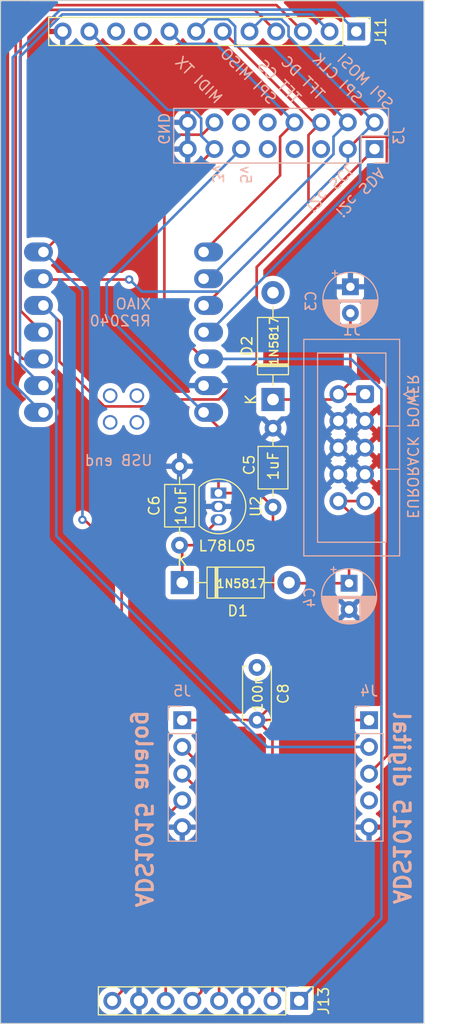
<source format=kicad_pcb>
(kicad_pcb (version 20221018) (generator pcbnew)
  (layers (0 "F.Cu" signal) (31 "B.Cu" signal) (34 "B.Paste" user) (35 "F.Paste" user) (36 "B.SilkS" user "B.Silkscreen") (37 "F.SilkS" user "F.Silkscreen") (38 "B.Mask" user) (39 "F.Mask" user) (44 "Edge.Cuts" user))
  (net 0 "")
  (net 1 "i2c SDA")
  (net 2 "i2c SCL")
  (net 3 "ADS Interrupt")
  (net 4 "Net-(D2-K)")
  (net 5 "Net-(D1-A)")
  (net 6 "+12V")
  (net 7 "-12V")
  (net 8 "Back button Backboard")
  (net 9 "Encoder button Backboard")
  (net 10 "Encoder left Backboard")
  (net 11 "Encoder right Backboard")
  (net 12 "TFT CS Backboard")
  (net 13 "SPI CLK Backboard")
  (net 14 "TFT DC Backboard")
  (net 15 "MOSI Backboard")
  (net 16 "TFT reset Backboard")
  (net 17 "SD CS Backboard")
  (net 18 "A0 input Backboard")
  (net 19 "A1 input Backboard")
  (net 20 "A2 input Backboard")
  (net 21 "MIDI TX Backboard")
  (net 29 "MISO Backboard")
  (net 31 "GND")
  (net 32 "Backboard GND")
  (net 33 "Backboard +5V")
  (net 34 "Backboard +3.3V")
  (footprint "Package_TO_SOT_THT:TO-92_Inline" (layer "F.Cu") (at 58.9744 93.0402 -90)
    (fp_text reference "U2" (at 1.27 -3.56 90) (layer "F.SilkS"))
    (fp_text value "L78L05" (at 5.0292 -0.8172 180) (layer "F.SilkS"))
    (pad "1" thru_hole rect (at 0 0 270) (size 1.05 1.5) (drill 0.75) (layers "*.Cu" "*.Mask") (net 33 "Backboard +5V"))
    (pad "2" thru_hole oval (at 1.27 0 270) (size 1.05 1.5) (drill 0.75) (layers "*.Cu" "*.Mask") (net 32 "Backboard GND"))
    (pad "3" thru_hole oval (at 2.54 0 270) (size 1.05 1.5) (drill 0.75) (layers "*.Cu" "*.Mask") (net 6 "+12V"))
  )
  (footprint "Connector_PinHeader_2.54mm:PinHeader_1x08_P2.54mm_Vertical" (layer "F.Cu") (at 66.6498 141.2996 -90)
    (fp_text reference "J13" (at 0 -2.33 90) (layer "F.SilkS"))
    (fp_text value "Backboard Conn 2")
    (pad "1" thru_hole rect (at 0 0 270) (size 1.7 1.7) (drill 1) (layers "*.Cu" "*.Mask") (net 34 "Backboard +3.3V"))
    (pad "2" thru_hole oval (at 0 2.54 270) (size 1.7 1.7) (drill 1) (layers "*.Cu" "*.Mask") (net 33 "Backboard +5V"))
    (pad "3" thru_hole oval (at 0 5.08 270) (size 1.7 1.7) (drill 1) (layers "*.Cu" "*.Mask") (net 32 "Backboard GND"))
    (pad "4" thru_hole oval (at 0 7.62 270) (size 1.7 1.7) (drill 1) (layers "*.Cu" "*.Mask") (net 18 "A0 input Backboard"))
    (pad "5" thru_hole oval (at 0 10.16 270) (size 1.7 1.7) (drill 1) (layers "*.Cu" "*.Mask") (net 19 "A1 input Backboard"))
    (pad "6" thru_hole oval (at 0 12.7 270) (size 1.7 1.7) (drill 1) (layers "*.Cu" "*.Mask") (net 20 "A2 input Backboard"))
    (pad "7" thru_hole oval (at 0 15.24 270) (size 1.7 1.7) (drill 1) (layers "*.Cu" "*.Mask") (net 32 "Backboard GND"))
    (pad "8" thru_hole oval (at 0 17.78 270) (size 1.7 1.7) (drill 1) (layers "*.Cu" "*.Mask") (net 21 "MIDI TX Backboard"))
  )
  (footprint "Diode_THT:D_DO-41_SOD81_P10.16mm_Horizontal" (layer "F.Cu") (at 55.5244 101.5492)
    (fp_text reference "D1" (at 5.2832 2.6924) (layer "F.SilkS"))
    (fp_text value "1N5817" (at 5.588 0.1016) (layer "F.SilkS") (effects (font (size 0.8 0.8))))
    (fp_text user "K" (at 0 -2.1) (layer "F.SilkS"))
    (pad "1" thru_hole rect (at 0 0) (size 2.2 2.2) (drill 1.1) (layers "*.Cu" "*.Mask") (net 6 "+12V"))
    (pad "2" thru_hole oval (at 10.16 0) (size 2.2 2.2) (drill 1.1) (layers "*.Cu" "*.Mask") (net 5 "Net-(D1-A)"))
  )
  (footprint "Capacitor_THT:C_Axial_L3.8mm_D2.6mm_P7.50mm_Horizontal" (layer "F.Cu") (at 64.1604 86.8772 -90)
    (fp_text reference "C5" (at 3.496 2.2606 90) (layer "F.SilkS"))
    (fp_text value "1uF" (at 3.5722 -0.0254 90) (layer "F.SilkS"))
    (pad "1" thru_hole circle (at 0 0 270) (size 1.6 1.6) (drill 0.8) (layers "*.Cu" "*.Mask") (net 32 "Backboard GND"))
    (pad "2" thru_hole oval (at 7.5 0 270) (size 1.6 1.6) (drill 0.8) (layers "*.Cu" "*.Mask") (net 33 "Backboard +5V"))
  )
  (footprint "Capacitor_THT:C_Disc_D5.0mm_W2.5mm_P5.00mm" (layer "F.Cu") (at 62.635126 109.6138 -90)
    (fp_text reference "C8" (at 2.5 -2.5 90) (layer "F.SilkS"))
    (fp_text value "100n" (at 2.5272 -0.077474 90) (layer "F.SilkS") (effects (font (size 0.9 0.9))))
    (pad "1" thru_hole circle (at 0 0 270) (size 1.6 1.6) (drill 0.8) (layers "*.Cu" "*.Mask") (net 31 "GND"))
    (pad "2" thru_hole circle (at 5 0 270) (size 1.6 1.6) (drill 0.8) (layers "*.Cu" "*.Mask") (net 33 "Backboard +5V"))
  )
  (footprint "Connector_PinHeader_2.54mm:PinHeader_1x12_P2.54mm_Vertical" (layer "F.Cu") (at 72.0852 49.1744 -90)
    (fp_text reference "J11" (at 0 -2.33 90) (layer "F.SilkS"))
    (fp_text value "Backboard Conn 1")
    (pad "1" thru_hole rect (at 0 0 270) (size 1.7 1.7) (drill 1) (layers "*.Cu" "*.Mask") (net 8 "Back button Backboard"))
    (pad "2" thru_hole oval (at 0 2.54 270) (size 1.7 1.7) (drill 1) (layers "*.Cu" "*.Mask") (net 9 "Encoder button Backboard"))
    (pad "3" thru_hole oval (at 0 5.08 270) (size 1.7 1.7) (drill 1) (layers "*.Cu" "*.Mask") (net 10 "Encoder left Backboard"))
    (pad "4" thru_hole oval (at 0 7.62 270) (size 1.7 1.7) (drill 1) (layers "*.Cu" "*.Mask") (net 11 "Encoder right Backboard"))
    (pad "5" thru_hole oval (at 0 10.16 270) (size 1.7 1.7) (drill 1) (layers "*.Cu" "*.Mask") (net 15 "MOSI Backboard"))
    (pad "6" thru_hole oval (at 0 12.7 270) (size 1.7 1.7) (drill 1) (layers "*.Cu" "*.Mask") (net 14 "TFT DC Backboard"))
    (pad "7" thru_hole oval (at 0 15.24 270) (size 1.7 1.7) (drill 1) (layers "*.Cu" "*.Mask") (net 13 "SPI CLK Backboard"))
    (pad "8" thru_hole oval (at 0 17.78 270) (size 1.7 1.7) (drill 1) (layers "*.Cu" "*.Mask") (net 12 "TFT CS Backboard"))
    (pad "9" thru_hole oval (at 0 20.32 270) (size 1.7 1.7) (drill 1) (layers "*.Cu" "*.Mask") (net 16 "TFT reset Backboard"))
    (pad "10" thru_hole oval (at 0 22.86 270) (size 1.7 1.7) (drill 1) (layers "*.Cu" "*.Mask") (net 17 "SD CS Backboard"))
    (pad "11" thru_hole oval (at 0 25.4 270) (size 1.7 1.7) (drill 1) (layers "*.Cu" "*.Mask") (net 34 "Backboard +3.3V"))
    (pad "12" thru_hole oval (at 0 27.94 270) (size 1.7 1.7) (drill 1) (layers "*.Cu" "*.Mask") (net 32 "Backboard GND"))
  )
  (footprint "Capacitor_THT:C_Axial_L3.8mm_D2.6mm_P7.50mm_Horizontal" (layer "F.Cu") (at 55.2704 97.9932 90)
    (fp_text reference "C6" (at 3.75 -2.42 90) (layer "F.SilkS"))
    (fp_text value "10uF" (at 3.7338 0.127 90) (layer "F.SilkS"))
    (pad "1" thru_hole circle (at 0 0 90) (size 1.6 1.6) (drill 0.8) (layers "*.Cu" "*.Mask") (net 6 "+12V"))
    (pad "2" thru_hole oval (at 7.5 0 90) (size 1.6 1.6) (drill 0.8) (layers "*.Cu" "*.Mask") (net 32 "Backboard GND"))
  )
  (footprint "Diode_THT:D_DO-41_SOD81_P10.16mm_Horizontal" (layer "F.Cu") (at 64.1604 84.1502 90)
    (fp_text reference "D2" (at 5.08 -2.47 90) (layer "F.SilkS"))
    (fp_text value "1N5817" (at 5.5626 0.1016 90) (layer "F.SilkS") (effects (font (size 0.8 0.8))))
    (fp_text user "K" (at 0 -2.1 90) (layer "F.SilkS"))
    (pad "1" thru_hole rect (at 0 0 90) (size 2.2 2.2) (drill 1.1) (layers "*.Cu" "*.Mask") (net 4 "Net-(D2-K)"))
    (pad "2" thru_hole oval (at 10.16 0 90) (size 2.2 2.2) (drill 1.1) (layers "*.Cu" "*.Mask") (net 7 "-12V"))
  )
  (footprint "Connector_PinSocket_2.54mm:PinSocket_1x05_P2.54mm_Vertical" (layer "B.Cu") (at 73.304 114.6302 180)
    (fp_text reference "J4" (at 0 2.77) (layer "B.SilkS") (effects (justify mirror)))
    (fp_text value "ADS1015 digital side")
    (pad "1" thru_hole rect (at 0 0 180) (size 1.7 1.7) (drill 1) (layers "*.Cu" "*.Mask") (net 33 "Backboard +5V"))
    (pad "2" thru_hole oval (at 0 -2.54 180) (size 1.7 1.7) (drill 1) (layers "*.Cu" "*.Mask") (net 1 "i2c SDA"))
    (pad "3" thru_hole oval (at 0 -5.08 180) (size 1.7 1.7) (drill 1) (layers "*.Cu" "*.Mask") (net 2 "i2c SCL"))
    (pad "4" thru_hole oval (at 0 -7.62 180) (size 1.7 1.7) (drill 1) (layers "*.Cu" "*.Mask") (net 3 "ADS Interrupt"))
    (pad "5" thru_hole oval (at 0 -10.16 180) (size 1.7 1.7) (drill 1) (layers "*.Cu" "*.Mask") (net 32 "Backboard GND"))
  )
  (footprint "Capacitor_THT:CP_Radial_D5.0mm_P2.50mm" (layer "B.Cu") (at 71.3994 101.6092 -90)
    (fp_text reference "C4" (at 1.357 3.75 90) (layer "B.SilkS") (effects (justify mirror)))
    (fp_text value "C_Polarized_Small")
    (pad "1" thru_hole rect (at 0 0 270) (size 1.6 1.6) (drill 0.8) (layers "*.Cu" "*.Mask") (net 5 "Net-(D1-A)"))
    (pad "2" thru_hole circle (at 2.5 0 270) (size 1.6 1.6) (drill 0.8) (layers "*.Cu" "*.Mask") (net 32 "Backboard GND"))
  )
  (footprint "Connector_PinSocket_2.54mm:PinSocket_1x05_P2.54mm_Vertical" (layer "B.Cu") (at 55.524 114.6302 180)
    (fp_text reference "J5" (at 0 2.77) (layer "B.SilkS") (effects (justify mirror)))
    (fp_text value "ADS1015 analog side")
    (pad "1" thru_hole rect (at 0 0 180) (size 1.7 1.7) (drill 1) (layers "*.Cu" "*.Mask") (net 33 "Backboard +5V"))
    (pad "2" thru_hole oval (at 0 -2.54 180) (size 1.7 1.7) (drill 1) (layers "*.Cu" "*.Mask") (net 18 "A0 input Backboard"))
    (pad "3" thru_hole oval (at 0 -5.08 180) (size 1.7 1.7) (drill 1) (layers "*.Cu" "*.Mask") (net 19 "A1 input Backboard"))
    (pad "4" thru_hole oval (at 0 -7.62 180) (size 1.7 1.7) (drill 1) (layers "*.Cu" "*.Mask") (net 20 "A2 input Backboard"))
    (pad "5" thru_hole oval (at 0 -10.16 180) (size 1.7 1.7) (drill 1) (layers "*.Cu" "*.Mask") (net 32 "Backboard GND"))
  )
  (footprint "Seeeduino XIAO KICAD:xiao-tht" (layer "B.Cu") (at 49.9364 77.7494)
    (fp_text reference "U1" hide)
    (fp_text value "SeeeduinoXIAO" hide)
    (pad "1" thru_hole oval (at -7.62 7.62) (size 2.75 1.8) (drill 1 (offset -0.475 0)) (layers "*.Cu" "*.Mask") (net 8 "Back button Backboard"))
    (pad "2" thru_hole oval (at -7.62 5.08) (size 2.75 1.8) (drill 1 (offset -0.475 0)) (layers "*.Cu" "*.Mask") (net 9 "Encoder button Backboard"))
    (pad "3" thru_hole oval (at -7.62 2.54) (size 2.75 1.8) (drill 1 (offset -0.475 0)) (layers "*.Cu" "*.Mask") (net 10 "Encoder left Backboard"))
    (pad "4" thru_hole oval (at -7.62 0) (size 2.75 1.8) (drill 1 (offset -0.475 0)) (layers "*.Cu" "*.Mask") (net 11 "Encoder right Backboard"))
    (pad "5" thru_hole oval (at -7.62 -2.54) (size 2.75 1.8) (drill 1 (offset -0.475 0)) (layers "*.Cu" "*.Mask") (net 1 "i2c SDA"))
    (pad "6" thru_hole oval (at -7.62 -5.08) (size 2.75 1.8) (drill 1 (offset -0.475 0)) (layers "*.Cu" "*.Mask") (net 2 "i2c SCL"))
    (pad "7" thru_hole oval (at -7.62 -7.62) (size 2.75 1.8) (drill 1 (offset -0.475 0)) (layers "*.Cu" "*.Mask") (net 21 "MIDI TX Backboard"))
    (pad "8" thru_hole oval (at 7.62 -7.62 180) (size 2.75 1.8) (drill 1 (offset -0.475 0)) (layers "*.Cu" "*.Mask") (net 12 "TFT CS Backboard"))
    (pad "9" thru_hole oval (at 7.62 -5.08 180) (size 2.75 1.8) (drill 1 (offset -0.475 0)) (layers "*.Cu" "*.Mask") (net 13 "SPI CLK Backboard"))
    (pad "10" thru_hole oval (at 7.62 -2.54 180) (size 2.75 1.8) (drill 1 (offset -0.475 0)) (layers "*.Cu" "*.Mask") (net 14 "TFT DC Backboard"))
    (pad "11" thru_hole oval (at 7.62 0 180) (size 2.75 1.8) (drill 1 (offset -0.475 0)) (layers "*.Cu" "*.Mask") (net 15 "MOSI Backboard"))
    (pad "12" thru_hole oval (at 7.62 2.54 180) (size 2.75 1.8) (drill 1 (offset -0.475 0)) (layers "*.Cu" "*.Mask") (net 34 "Backboard +3.3V"))
    (pad "13" thru_hole oval (at 7.62 5.08 180) (size 2.75 1.8) (drill 1 (offset -0.475 0)) (layers "*.Cu" "*.Mask") (net 32 "Backboard GND"))
    (pad "14" thru_hole oval (at 7.62 7.62 180) (size 2.75 1.8) (drill 1 (offset -0.475 0)) (layers "*.Cu" "*.Mask") (net 33 "Backboard +5V"))
    (pad "15" thru_hole circle (at -1.27 8.572 270) (size 1.397 1.397) (drill 1.016) (layers "*.Cu" "*.Mask"))
    (pad "16" thru_hole circle (at 1.27 8.572 270) (size 1.397 1.397) (drill 1.016) (layers "*.Cu" "*.Mask"))
    (pad "17" thru_hole circle (at -1.27 6.032 270) (size 1.397 1.397) (drill 1.016) (layers "*.Cu" "*.Mask"))
    (pad "18" thru_hole circle (at 1.27 6.032 270) (size 1.397 1.397) (drill 1.016) (layers "*.Cu" "*.Mask"))
  )
  (footprint "Connector_PinHeader_2.54mm:PinHeader_2x08_P2.54mm_Vertical" (layer "B.Cu") (at 73.822 60.347 90)
    (fp_text reference "J3" (at 1.27 2.33 90) (layer "B.SilkS") (effects (justify mirror)))
    (fp_text value "Expansion header")
    (pad "1" thru_hole rect (at 0 0 90) (size 1.7 1.7) (drill 1) (layers "*.Cu" "*.Mask") (net 1 "i2c SDA"))
    (pad "2" thru_hole oval (at 2.54 0 90) (size 1.7 1.7) (drill 1) (layers "*.Cu" "*.Mask") (net 15 "MOSI Backboard"))
    (pad "3" thru_hole oval (at 0 -2.54 90) (size 1.7 1.7) (drill 1) (layers "*.Cu" "*.Mask") (net 2 "i2c SCL"))
    (pad "4" thru_hole oval (at 2.54 -2.54 90) (size 1.7 1.7) (drill 1) (layers "*.Cu" "*.Mask") (net 13 "SPI CLK Backboard"))
    (pad "5" thru_hole oval (at 0 -5.08 90) (size 1.7 1.7) (drill 1) (layers "*.Cu" "*.Mask"))
    (pad "6" thru_hole oval (at 2.54 -5.08 90) (size 1.7 1.7) (drill 1) (layers "*.Cu" "*.Mask") (net 14 "TFT DC Backboard"))
    (pad "7" thru_hole oval (at 0 -7.62 90) (size 1.7 1.7) (drill 1) (layers "*.Cu" "*.Mask"))
    (pad "8" thru_hole oval (at 2.54 -7.62 90) (size 1.7 1.7) (drill 1) (layers "*.Cu" "*.Mask") (net 12 "TFT CS Backboard"))
    (pad "9" thru_hole oval (at 0 -10.16 90) (size 1.7 1.7) (drill 1) (layers "*.Cu" "*.Mask"))
    (pad "10" thru_hole oval (at 2.54 -10.16 90) (size 1.7 1.7) (drill 1) (layers "*.Cu" "*.Mask") (net 29 "MISO Backboard"))
    (pad "11" thru_hole oval (at 0 -12.7 90) (size 1.7 1.7) (drill 1) (layers "*.Cu" "*.Mask") (net 33 "Backboard +5V"))
    (pad "12" thru_hole oval (at 2.54 -12.7 90) (size 1.7 1.7) (drill 1) (layers "*.Cu" "*.Mask"))
    (pad "13" thru_hole oval (at 0 -15.24 90) (size 1.7 1.7) (drill 1) (layers "*.Cu" "*.Mask") (net 34 "Backboard +3.3V"))
    (pad "14" thru_hole oval (at 2.54 -15.24 90) (size 1.7 1.7) (drill 1) (layers "*.Cu" "*.Mask") (net 21 "MIDI TX Backboard"))
    (pad "15" thru_hole oval (at 0 -17.78 90) (size 1.7 1.7) (drill 1) (layers "*.Cu" "*.Mask") (net 32 "Backboard GND"))
    (pad "16" thru_hole oval (at 2.54 -17.78 90) (size 1.7 1.7) (drill 1) (layers "*.Cu" "*.Mask") (net 32 "Backboard GND"))
  )
  (footprint "Connector_IDC:IDC-Header_2x05_P2.54mm_Vertical" (layer "B.Cu") (at 72.9234 83.6422 180)
    (fp_text reference "J1" (at 1.27 6.1) (layer "B.SilkS") (effects (justify mirror)))
    (fp_text value "Eurorack power")
    (pad "1" thru_hole roundrect (at 0 0 180) (size 1.7 1.7) (drill 1) (layers "*.Cu" "*.Mask") (roundrect_rratio 0.1470588235) (net 4 "Net-(D2-K)"))
    (pad "2" thru_hole circle (at 2.54 0 180) (size 1.7 1.7) (drill 1) (layers "*.Cu" "*.Mask") (net 4 "Net-(D2-K)"))
    (pad "3" thru_hole circle (at 0 -2.54 180) (size 1.7 1.7) (drill 1) (layers "*.Cu" "*.Mask") (net 32 "Backboard GND"))
    (pad "4" thru_hole circle (at 2.54 -2.54 180) (size 1.7 1.7) (drill 1) (layers "*.Cu" "*.Mask") (net 32 "Backboard GND"))
    (pad "5" thru_hole circle (at 0 -5.08 180) (size 1.7 1.7) (drill 1) (layers "*.Cu" "*.Mask") (net 32 "Backboard GND"))
    (pad "6" thru_hole circle (at 2.54 -5.08 180) (size 1.7 1.7) (drill 1) (layers "*.Cu" "*.Mask") (net 32 "Backboard GND"))
    (pad "7" thru_hole circle (at 0 -7.62 180) (size 1.7 1.7) (drill 1) (layers "*.Cu" "*.Mask") (net 32 "Backboard GND"))
    (pad "8" thru_hole circle (at 2.54 -7.62 180) (size 1.7 1.7) (drill 1) (layers "*.Cu" "*.Mask") (net 32 "Backboard GND"))
    (pad "9" thru_hole circle (at 0 -10.16 180) (size 1.7 1.7) (drill 1) (layers "*.Cu" "*.Mask") (net 5 "Net-(D1-A)"))
    (pad "10" thru_hole circle (at 2.54 -10.16 180) (size 1.7 1.7) (drill 1) (layers "*.Cu" "*.Mask") (net 5 "Net-(D1-A)"))
  )
  (footprint "Capacitor_THT:CP_Radial_D5.0mm_P2.50mm" (layer "B.Cu") (at 71.5264 73.440088 -90)
    (fp_text reference "C3" (at 1.357 3.75 90) (layer "B.SilkS") (effects (justify mirror)))
    (fp_text value "C_Polarized_Small")
    (pad "1" thru_hole rect (at 0 0 270) (size 1.6 1.6) (drill 0.8) (layers "*.Cu" "*.Mask") (net 32 "Backboard GND"))
    (pad "2" thru_hole circle (at 2.5 0 270) (size 1.6 1.6) (drill 0.8) (layers "*.Cu" "*.Mask") (net 4 "Net-(D2-K)"))
  )
  (gr_rect (start 38.230968 46.23089) (end 78.530968 143.45189) (stroke (width 0.1)) (fill none) (layer "Edge.Cuts"))
  (gr_text "SPI CLK" (at 72.061 56.2418 -45) (layer "B.SilkS") (effects (font (size 1 1)) (justify left bottom mirror)))
  (gr_text "5v" (at 60.961 63.7518 -90) (layer "B.SilkS") (effects (font (size 1 1)) (justify left bottom mirror)))
  (gr_text "TFT DC" (at 68.461 55.8918 -45) (layer "B.SilkS") (effects (font (size 1 1)) (justify left bottom mirror)))
  (gr_text "MIDI TX" (at 58.721 56.2518 -45) (layer "B.SilkS") (effects (font (size 1 1)) (justify left bottom mirror)))
  (gr_text "SPI MOSI" (at 74.991 56.8118 -45) (layer "B.SilkS") (effects (font (size 1 1)) (justify left bottom mirror)))
  (gr_text "TFT CS" (at 66.191 56.2218 -45) (layer "B.SilkS") (effects (font (size 1 1)) (justify left bottom mirror)))
  (gr_text "ADS1015 analog" (at 50.9778 132.5626 -90) (layer "B.SilkS") (effects (font (size 1.5 1.5) (thickness 0.3) bold) (justify left bottom mirror)))
  (gr_text "USB end" (at 52.7812 90.5256) (layer "B.SilkS") (effects (font (size 1 1)) (justify left bottom mirror)))
  (gr_text "3v" (at 58.311 63.6718 -90) (layer "B.SilkS") (effects (font (size 1 1)) (justify left bottom mirror)))
  (gr_text "EURORACK POWER" (at 76.8604 95.5802 -90) (layer "B.SilkS") (effects (font (size 1 1)) (justify left bottom mirror)))
  (gr_text "GND" (at 53.161 60.0418 -90) (layer "B.SilkS") (effects (font (size 1 1)) (justify left bottom mirror)))
  (gr_text "XIAO\nRP2040" (at 52.6288 77.2668) (layer "B.SilkS") (effects (font (size 1 1)) (justify left bottom mirror)))
  (gr_text "i2c SDA" (at 69.901 66.2018 -135) (layer "B.SilkS") (effects (font (size 1 1)) (justify left bottom mirror)))
  (gr_text "ADS1015 digital" (at 75.5142 132.2578 -90) (layer "B.SilkS") (effects (font (size 1.5 1.5) (thickness 0.3) bold) (justify left bottom mirror)))
  (gr_text "i2c SCL" (at 67.091 65.7318 -135) (layer "B.SilkS") (effects (font (size 1 1)) (justify left bottom mirror)))
  (gr_text "SPI MISO" (at 63.881 56.3118 -45) (layer "B.SilkS") (effects (font (size 1 1)) (justify left bottom mirror)))
  (segment (start 48.1019 84.8049) (end 43.8404 80.5434) (width 0.25) (layer "F.Cu") (net 1))
  (segment (start 62.611 71.558) (end 62.611 80.5434) (width 0.25) (layer "F.Cu") (net 1))
  (segment (start 43.8404 76.7334) (end 42.3164 75.2094) (width 0.25) (layer "F.Cu") (net 1))
  (segment (start 52.3297 84.8049) (end 48.1019 84.8049) (width 0.25) (layer "F.Cu") (net 1))
  (segment (start 62.611 80.5434) (end 59.01 84.1444) (width 0.25) (layer "F.Cu") (net 1))
  (segment (start 73.822 60.347) (end 62.611 71.558) (width 0.25) (layer "F.Cu") (net 1))
  (segment (start 52.9902 84.1444) (end 52.3297 84.8049) (width 0.25) (layer "F.Cu") (net 1))
  (segment (start 43.8404 80.5434) (end 43.8404 76.7334) (width 0.25) (layer "F.Cu") (net 1))
  (segment (start 59.01 84.1444) (end 52.9902 84.1444) (width 0.25) (layer "F.Cu") (net 1))
  (segment (start 43.5414 76.4344) (end 42.3164 75.2094) (width 0.25) (layer "B.Cu") (net 1))
  (segment (start 43.5414 97.111065) (end 43.5414 76.4344) (width 0.25) (layer "B.Cu") (net 1))
  (segment (start 63.600535 117.1702) (end 43.5414 97.111065) (width 0.25) (layer "B.Cu") (net 1))
  (segment (start 73.304 117.1702) (end 63.600535 117.1702) (width 0.25) (layer "B.Cu") (net 1))
  (segment (start 72.457 59.172) (end 71.282 60.347) (width 0.25) (layer "F.Cu") (net 2))
  (segment (start 42.3926 72.7456) (end 42.3164 72.6694) (width 0.25) (layer "F.Cu") (net 2))
  (segment (start 74.997 59.172) (end 72.457 59.172) (width 0.25) (layer "F.Cu") (net 2))
  (segment (start 74.997 118.0172) (end 74.997 59.172) (width 0.25) (layer "F.Cu") (net 2))
  (segment (start 73.304 119.7102) (end 74.997 118.0172) (width 0.25) (layer "F.Cu") (net 2))
  (segment (start 50.4698 72.7456) (end 42.3926 72.7456) (width 0.25) (layer "F.Cu") (net 2))
  (via (at 50.4698 72.7456) (size 0.8) (drill 0.4) (layers "F.Cu" "B.Cu") (net 2))
  (segment (start 71.282 60.347) (end 71.282 61.626212) (width 0.25) (layer "B.Cu") (net 2))
  (segment (start 59.013812 73.8944) (end 51.6694 73.8944) (width 0.25) (layer "B.Cu") (net 2))
  (segment (start 50.4698 72.6948) (end 50.5206 72.7456) (width 0.25) (layer "B.Cu") (net 2))
  (segment (start 51.6694 73.8944) (end 50.5206 72.7456) (width 0.25) (layer "B.Cu") (net 2))
  (segment (start 50.4698 72.7456) (end 50.4698 72.6948) (width 0.25) (layer "B.Cu") (net 2))
  (segment (start 50.5206 72.7456) (end 50.4698 72.7456) (width 0.25) (layer "B.Cu") (net 2))
  (segment (start 71.282 61.626212) (end 59.013812 73.8944) (width 0.25) (layer "B.Cu") (net 2))
  (segment (start 71.5264 75.940088) (end 71.5264 82.4992) (width 0.25) (layer "F.Cu") (net 4))
  (segment (start 69.8754 84.1502) (end 70.3834 83.6422) (width 0.25) (layer "F.Cu") (net 4))
  (segment (start 64.1604 84.1502) (end 69.8754 84.1502) (width 0.25) (layer "F.Cu") (net 4))
  (segment (start 71.5264 82.4992) (end 70.3834 83.6422) (width 0.25) (layer "F.Cu") (net 4))
  (segment (start 72.9234 83.6422) (end 70.3834 83.6422) (width 0.25) (layer "F.Cu") (net 4))
  (segment (start 71.3994 94.8182) (end 71.3994 101.6092) (width 0.25) (layer "F.Cu") (net 5))
  (segment (start 71.3994 101.6092) (end 65.7444 101.6092) (width 0.25) (layer "F.Cu") (net 5))
  (segment (start 65.7444 101.6092) (end 65.6844 101.5492) (width 0.25) (layer "F.Cu") (net 5))
  (segment (start 70.3834 93.8022) (end 71.3994 94.8182) (width 0.25) (layer "F.Cu") (net 5))
  (segment (start 72.9234 93.8022) (end 70.3834 93.8022) (width 0.25) (layer "F.Cu") (net 5))
  (segment (start 56.5614 97.9932) (end 58.9744 95.5802) (width 0.25) (layer "F.Cu") (net 6))
  (segment (start 55.5244 101.5492) (end 55.5244 98.2472) (width 0.25) (layer "F.Cu") (net 6))
  (segment (start 55.2704 97.9932) (end 56.5614 97.9932) (width 0.25) (layer "F.Cu") (net 6))
  (segment (start 55.5244 98.2472) (end 55.2704 97.9932) (width 0.25) (layer "F.Cu") (net 6))
  (segment (start 39.3954 82.590812) (end 42.173988 85.3694) (width 0.25) (layer "B.Cu") (net 8))
  (segment (start 42.173988 85.3694) (end 42.3164 85.3694) (width 0.25) (layer "B.Cu") (net 8))
  (segment (start 72.0852 49.1744) (end 70.0102 47.0994) (width 0.25) (layer "B.Cu") (net 8))
  (segment (start 39.3954 51.626103) (end 39.3954 82.590812) (width 0.25) (layer "B.Cu") (net 8))
  (segment (start 70.0102 47.0994) (end 43.922103 47.0994) (width 0.25) (layer "B.Cu") (net 8))
  (segment (start 43.922103 47.0994) (end 39.3954 51.626103) (width 0.25) (layer "B.Cu") (net 8))
  (segment (start 40.0812 80.736612) (end 42.173988 82.8294) (width 0.25) (layer "B.Cu") (net 9))
  (segment (start 40.0812 51.576699) (end 40.0812 80.736612) (width 0.25) (layer "B.Cu") (net 9))
  (segment (start 69.5452 49.1744) (end 67.9202 47.5494) (width 0.25) (layer "B.Cu") (net 9))
  (segment (start 67.9202 47.5494) (end 44.108499 47.5494) (width 0.25) (layer "B.Cu") (net 9))
  (segment (start 42.173988 82.8294) (end 42.3164 82.8294) (width 0.25) (layer "B.Cu") (net 9))
  (segment (start 44.108499 47.5494) (end 40.0812 51.576699) (width 0.25) (layer "B.Cu") (net 9))
  (segment (start 41.8266 46.667) (end 39.6748 48.8188) (width 0.25) (layer "F.Cu") (net 10))
  (segment (start 64.4978 46.667) (end 41.8266 46.667) (width 0.25) (layer "F.Cu") (net 10))
  (segment (start 40.3606 80.2894) (end 42.3164 80.2894) (width 0.25) (layer "F.Cu") (net 10))
  (segment (start 39.6748 48.8188) (end 39.6748 79.6036) (width 0.25) (layer "F.Cu") (net 10))
  (segment (start 67.0052 49.1744) (end 64.4978 46.667) (width 0.25) (layer "F.Cu") (net 10))
  (segment (start 39.6748 79.6036) (end 40.3606 80.2894) (width 0.25) (layer "F.Cu") (net 10))
  (segment (start 40.1414 49.419) (end 40.1414 75.716812) (width 0.25) (layer "F.Cu") (net 11))
  (segment (start 64.4652 49.1744) (end 62.4078 47.117) (width 0.25) (layer "F.Cu") (net 11))
  (segment (start 42.4434 47.117) (end 40.1414 49.419) (width 0.25) (layer "F.Cu") (net 11))
  (segment (start 42.173988 77.7494) (end 42.3164 77.7494) (width 0.25) (layer "F.Cu") (net 11))
  (segment (start 62.4078 47.117) (end 42.4434 47.117) (width 0.25) (layer "F.Cu") (net 11))
  (segment (start 40.1414 75.716812) (end 42.173988 77.7494) (width 0.25) (layer "F.Cu") (net 11))
  (segment (start 64.837 59.172) (end 64.837 62.8488) (width 0.25) (layer "F.Cu") (net 12))
  (segment (start 66.202 57.807) (end 64.837 59.172) (width 0.25) (layer "F.Cu") (net 12))
  (segment (start 64.837 62.8488) (end 57.5564 70.1294) (width 0.25) (layer "F.Cu") (net 12))
  (segment (start 55.4802 50.3494) (end 58.7444 50.3494) (width 0.25) (layer "B.Cu") (net 12))
  (segment (start 54.3052 49.1744) (end 55.4802 50.3494) (width 0.25) (layer "B.Cu") (net 12))
  (segment (start 58.7444 50.3494) (end 66.202 57.807) (width 0.25) (layer "B.Cu") (net 12))
  (segment (start 69.917 59.172) (end 69.917 60.833701) (width 0.25) (layer "B.Cu") (net 13))
  (segment (start 71.282 57.807) (end 69.917 59.172) (width 0.25) (layer "B.Cu") (net 13))
  (segment (start 56.8452 49.1744) (end 58.0202 47.9994) (width 0.25) (layer "B.Cu") (net 13))
  (segment (start 69.917 60.833701) (end 58.081301 72.6694) (width 0.25) (layer "B.Cu") (net 13))
  (segment (start 58.0202 47.9994) (end 59.871901 47.9994) (width 0.25) (layer "B.Cu") (net 13))
  (segment (start 58.081301 72.6694) (end 57.5564 72.6694) (width 0.25) (layer "B.Cu") (net 13))
  (segment (start 64.0276 50.5526) (end 71.282 57.807) (width 0.25) (layer "B.Cu") (net 13))
  (segment (start 60.5602 48.687699) (end 60.5602 50.5526) (width 0.25) (layer "B.Cu") (net 13))
  (segment (start 60.5602 50.5526) (end 64.0276 50.5526) (width 0.25) (layer "B.Cu") (net 13))
  (segment (start 59.871901 47.9994) (end 60.5602 48.687699) (width 0.25) (layer "B.Cu") (net 13))
  (segment (start 68.742 57.807) (end 67.5386 59.0104) (width 0.25) (layer "F.Cu") (net 14))
  (segment (start 57.698812 75.2094) (end 57.5564 75.2094) (width 0.25) (layer "F.Cu") (net 14))
  (segment (start 67.5386 59.0104) (end 67.5386 65.369612) (width 0.25) (layer "F.Cu") (net 14))
  (segment (start 59.3852 49.1744) (end 68.0178 57.807) (width 0.25) (layer "F.Cu") (net 14))
  (segment (start 68.0178 57.807) (end 68.742 57.807) (width 0.25) (layer "F.Cu") (net 14))
  (segment (start 67.5386 65.369612) (end 57.698812 75.2094) (width 0.25) (layer "F.Cu") (net 14))
  (segment (start 72.457 59.172) (end 72.457 63.3822) (width 0.25) (layer "B.Cu") (net 15))
  (segment (start 61.9252 49.1744) (end 63.1002 47.9994) (width 0.25) (layer "B.Cu") (net 15))
  (segment (start 58.0898 77.7494) (end 57.5564 77.7494) (width 0.25) (layer "B.Cu") (net 15))
  (segment (start 65.6402 49.6252) (end 73.822 57.807) (width 0.25) (layer "B.Cu") (net 15))
  (segment (start 65.6402 48.687699) (end 65.6402 49.6252) (width 0.25) (layer "B.Cu") (net 15))
  (segment (start 64.951901 47.9994) (end 65.6402 48.687699) (width 0.25) (layer "B.Cu") (net 15))
  (segment (start 73.822 57.807) (end 72.457 59.172) (width 0.25) (layer "B.Cu") (net 15))
  (segment (start 63.1002 47.9994) (end 64.951901 47.9994) (width 0.25) (layer "B.Cu") (net 15))
  (segment (start 72.457 63.3822) (end 58.0898 77.7494) (width 0.25) (layer "B.Cu") (net 15))
  (segment (start 59.0298 120.676) (end 59.0298 141.2996) (width 0.25) (layer "F.Cu") (net 18))
  (segment (start 55.524 117.1702) (end 59.0298 120.676) (width 0.25) (layer "F.Cu") (net 18))
  (segment (start 57.3398 121.526) (end 57.3398 140.4496) (width 0.25) (layer "F.Cu") (net 19))
  (segment (start 55.524 119.7102) (end 57.3398 121.526) (width 0.25) (layer "F.Cu") (net 19))
  (segment (start 57.3398 140.4496) (end 56.4898 141.2996) (width 0.25) (layer "F.Cu") (net 19))
  (segment (start 53.9498 123.8244) (end 53.9498 141.2996) (width 0.25) (layer "F.Cu") (net 20))
  (segment (start 55.524 122.2502) (end 53.9498 123.8244) (width 0.25) (layer "F.Cu") (net 20))
  (segment (start 49.7586 140.4108) (end 49.7586 99.1108) (width 0.25) (layer "F.Cu") (net 21))
  (segment (start 57.407 58.982) (end 53.4638 58.982) (width 0.25) (layer "F.Cu") (net 21))
  (segment (start 46.228 95.5802) (end 46.0248 95.5802) (width 0.25) (layer "F.Cu") (net 21))
  (segment (start 58.582 57.807) (end 57.407 58.982) (width 0.25) (layer "F.Cu") (net 21))
  (segment (start 53.4638 58.982) (end 42.3164 70.1294) (width 0.25) (layer "F.Cu") (net 21))
  (segment (start 48.8698 141.2996) (end 49.7586 140.4108) (width 0.25) (layer "F.Cu") (net 21))
  (segment (start 49.7586 99.1108) (end 46.228 95.5802) (width 0.25) (layer "F.Cu") (net 21))
  (via (at 46.0248 95.5802) (size 0.8) (drill 0.4) (layers "F.Cu" "B.Cu") (net 21))
  (segment (start 46.0248 95.5802) (end 46.0248 73.8378) (width 0.25) (layer "B.Cu") (net 21))
  (segment (start 46.0248 73.8378) (end 42.3164 70.1294) (width 0.25) (layer "B.Cu") (net 21))
  (segment (start 64.1098 116.088474) (end 62.635126 114.6138) (width 0.25) (layer "F.Cu") (net 33))
  (segment (start 62.635126 114.6138) (end 64.1604 113.088526) (width 0.25) (layer "F.Cu") (net 33))
  (segment (start 62.635126 114.6138) (end 55.5404 114.6138) (width 0.25) (layer "F.Cu") (net 33))
  (segment (start 62.635126 114.6138) (end 73.2876 114.6138) (width 0.25) (layer "F.Cu") (net 33))
  (segment (start 55.5404 114.6138) (end 55.524 114.6302) (width 0.25) (layer "F.Cu") (net 33))
  (segment (start 58.9744 86.7874) (end 57.5564 85.3694) (width 0.25) (layer "F.Cu") (net 33))
  (segment (start 73.2876 114.6138) (end 73.304 114.6302) (width 0.25) (layer "F.Cu") (net 33))
  (segment (start 58.9744 93.0402) (end 58.9744 86.7874) (width 0.25) (layer "F.Cu") (net 33))
  (segment (start 64.1604 113.088526) (end 64.1604 94.3772) (width 0.25) (layer "F.Cu") (net 33))
  (segment (start 62.8234 93.0402) (end 64.1604 94.3772) (width 0.25) (layer "F.Cu") (net 33))
  (segment (start 58.9744 93.0402) (end 62.8234 93.0402) (width 0.25) (layer "F.Cu") (net 33))
  (segment (start 64.1098 141.2996) (end 64.1098 116.088474) (width 0.25) (layer "F.Cu") (net 33))
  (segment (start 48.3358 73.1332) (end 48.3358 76.1488) (width 0.25) (layer "B.Cu") (net 33))
  (segment (start 48.3358 76.1488) (end 57.5564 85.3694) (width 0.25) (layer "B.Cu") (net 33))
  (segment (start 61.122 60.347) (end 48.3358 73.1332) (width 0.25) (layer "B.Cu") (net 33))
  (segment (start 53.8226 76.5556) (end 57.5564 80.2894) (width 0.25) (layer "F.Cu") (net 34))
  (segment (start 53.8226 65.1064) (end 53.8226 76.5556) (width 0.25) (layer "F.Cu") (net 34))
  (segment (start 58.582 60.347) (end 53.8226 65.1064) (width 0.25) (layer "F.Cu") (net 34))
  (segment (start 66.6498 141.2996) (end 74.479 133.4704) (width 0.25) (layer "B.Cu") (net 34))
  (segment (start 46.6852 49.1744) (end 54.1428 56.632) (width 0.25) (layer "B.Cu") (net 34))
  (segment (start 71.583773 80.2894) (end 57.5564 80.2894) (width 0.25) (layer "B.Cu") (net 34))
  (segment (start 57.3278 57.431099) (end 57.3278 59.0928) (width 0.25) (layer "B.Cu") (net 34))
  (segment (start 74.479 133.4704) (end 74.479 83.184627) (width 0.25) (layer "B.Cu") (net 34))
  (segment (start 54.1428 56.632) (end 56.528701 56.632) (width 0.25) (layer "B.Cu") (net 34))
  (segment (start 56.528701 56.632) (end 57.3278 57.431099) (width 0.25) (layer "B.Cu") (net 34))
  (segment (start 74.479 83.184627) (end 71.583773 80.2894) (width 0.25) (layer "B.Cu") (net 34))
  (segment (start 57.3278 59.0928) (end 58.582 60.347) (width 0.25) (layer "B.Cu") (net 34))
  (zone (net 32) (net_name "Backboard GND") (layers "F&B.Cu") (name "GND") (priority 1) (connect_pads (clearance 0.5)) (min_thickness 0.25) (fill yes (thermal_gap 0.5) (thermal_bridge_width 0.5))
    (polygon (pts (xy 38.268968 46.29689) (xy 78.527968 46.29689) (xy 78.527968 143.45189) (xy 38.268968 143.45189)))
  )
)
</source>
